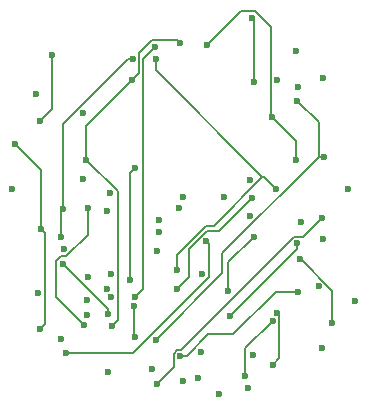
<source format=gbr>
%TF.GenerationSoftware,KiCad,Pcbnew,9.0.1*%
%TF.CreationDate,2025-06-29T22:28:52-07:00*%
%TF.ProjectId,Complete,436f6d70-6c65-4746-952e-6b696361645f,rev?*%
%TF.SameCoordinates,Original*%
%TF.FileFunction,Copper,L2,Inr*%
%TF.FilePolarity,Positive*%
%FSLAX46Y46*%
G04 Gerber Fmt 4.6, Leading zero omitted, Abs format (unit mm)*
G04 Created by KiCad (PCBNEW 9.0.1) date 2025-06-29 22:28:52*
%MOMM*%
%LPD*%
G01*
G04 APERTURE LIST*
%TA.AperFunction,ViaPad*%
%ADD10C,0.600000*%
%TD*%
%TA.AperFunction,Conductor*%
%ADD11C,0.200000*%
%TD*%
G04 APERTURE END LIST*
D10*
%TO.N,Net-(CHG1-VBAT)*%
X237105700Y-76087600D03*
X212795300Y-77522600D03*
X235197600Y-91476100D03*
X237910100Y-96903000D03*
%TO.N,GNDREF*%
X234958800Y-94217200D03*
X225009400Y-99689300D03*
%TO.N,CHIP_POW*%
X213224100Y-88923400D03*
X226500000Y-101550000D03*
X211054600Y-81746600D03*
X213133500Y-97338900D03*
X222636000Y-100746900D03*
%TO.N,Charge_STAT*%
X223039200Y-102063400D03*
X213005100Y-94371800D03*
X237000000Y-87950000D03*
%TO.N,Bat_ON*%
X230510200Y-101388100D03*
X219196200Y-94685500D03*
X232835500Y-96691900D03*
%TO.N,F*%
X223054100Y-90814900D03*
X216797100Y-84703700D03*
X225283700Y-101818900D03*
X231201300Y-99605100D03*
X239801600Y-95010400D03*
X218799800Y-87393300D03*
%TO.N,P*%
X215340800Y-99394800D03*
X227237400Y-89922200D03*
X230920900Y-87851800D03*
%TO.N,N*%
X218899200Y-101018100D03*
X235030700Y-76877200D03*
X224884700Y-87170500D03*
X217210500Y-92935200D03*
%TO.N,B*%
X224754500Y-93997300D03*
X231084900Y-86315800D03*
%TO.N,M*%
X233229400Y-76307900D03*
X217191700Y-87145500D03*
X216894500Y-97060400D03*
%TO.N,O*%
X217100500Y-94940400D03*
X228762500Y-86206000D03*
X230917800Y-84780900D03*
X223223600Y-89157000D03*
%TO.N,L*%
X231242200Y-89596500D03*
X229099400Y-94127900D03*
X217127300Y-96163200D03*
X226771200Y-99365200D03*
%TO.N,A*%
X237121300Y-89728900D03*
X224747200Y-92381500D03*
X235248000Y-88328100D03*
X222930100Y-74542400D03*
X233087100Y-85495600D03*
%TO.N,J*%
X215084100Y-91879300D03*
X218915900Y-96082100D03*
X229207000Y-96272800D03*
X234904800Y-90113500D03*
%TO.N,H*%
X219194700Y-92711900D03*
X221171900Y-98059800D03*
X221089100Y-95425700D03*
X233249800Y-96051600D03*
X232849200Y-100401900D03*
X215164600Y-90623000D03*
%TO.N,D*%
X226887300Y-92754700D03*
X223245300Y-88160100D03*
X219055500Y-85835400D03*
%TO.N,K*%
X221000000Y-74500000D03*
X215114500Y-87179600D03*
X214912300Y-89586000D03*
%TO.N,I*%
X210801000Y-85499800D03*
X234828200Y-73850000D03*
X224979800Y-73187200D03*
X220970700Y-76259300D03*
X219235600Y-97136400D03*
X217071200Y-83050000D03*
%TO.N,G*%
X216799900Y-79075400D03*
X231092400Y-71010400D03*
X222955900Y-98314100D03*
X231228400Y-76489100D03*
X237179400Y-82826700D03*
X234929400Y-78071200D03*
X214170500Y-74169000D03*
X213164700Y-79738200D03*
%TO.N,C*%
X225244300Y-86223700D03*
X220746400Y-93201600D03*
X221202700Y-83747300D03*
%TO.N,E*%
X227249300Y-73358600D03*
X221205500Y-94669400D03*
X222895600Y-73506300D03*
X239250200Y-85506300D03*
X234831100Y-83048900D03*
X232769900Y-79396200D03*
%TO.N,UPDI*%
X218778300Y-94030000D03*
X236753000Y-93755000D03*
%TO.N,Net-(DB1-K)*%
X237044500Y-98996100D03*
X230773100Y-102349300D03*
%TO.N,Net-(Q1-G)*%
X214897700Y-98258300D03*
X228282200Y-102863200D03*
%TD*%
D11*
%TO.N,Net-(CHG1-VBAT)*%
X237910100Y-94143200D02*
X235243000Y-91476100D01*
X235243000Y-91476100D02*
X235197600Y-91476100D01*
X237910100Y-96903000D02*
X237910100Y-94143200D01*
%TO.N,GNDREF*%
X229521800Y-97833800D02*
X227408600Y-97833800D01*
X225553100Y-99689300D02*
X225009400Y-99689300D01*
X234958800Y-94217200D02*
X233138400Y-94217200D01*
X227408600Y-97833800D02*
X225553100Y-99689300D01*
X233138400Y-94217200D02*
X229521800Y-97833800D01*
%TO.N,CHIP_POW*%
X211054600Y-81746600D02*
X213224100Y-83916100D01*
X213224100Y-83916100D02*
X213224100Y-88923400D01*
X213548800Y-89248100D02*
X213224100Y-88923400D01*
X213133500Y-97338900D02*
X213548800Y-96923600D01*
X213548800Y-96923600D02*
X213548800Y-89248100D01*
%TO.N,Charge_STAT*%
X224465700Y-100636900D02*
X223039200Y-102063400D01*
X237000000Y-87950000D02*
X235380200Y-89569800D01*
X235380200Y-89569800D02*
X234649400Y-89569800D01*
X224465700Y-99464200D02*
X224465700Y-100636900D01*
X224784300Y-99145600D02*
X224465700Y-99464200D01*
X234649400Y-89569800D02*
X225073600Y-99145600D01*
X225073600Y-99145600D02*
X224784300Y-99145600D01*
%TO.N,Bat_ON*%
X230510200Y-99017200D02*
X230510200Y-101388100D01*
X232835500Y-96691900D02*
X230510200Y-99017200D01*
%TO.N,P*%
X227431000Y-90115800D02*
X227237400Y-89922200D01*
X221016200Y-99394700D02*
X227431000Y-92979900D01*
X215340800Y-99394700D02*
X221016200Y-99394700D01*
X215340800Y-99394800D02*
X215340800Y-99394700D01*
X227431000Y-92979900D02*
X227431000Y-90115800D01*
%TO.N,B*%
X225770700Y-90584100D02*
X227259800Y-89095000D01*
X227259800Y-89095000D02*
X228305700Y-89095000D01*
X224754500Y-93997300D02*
X225770700Y-92981100D01*
X225770700Y-92981100D02*
X225770700Y-90584100D01*
X228305700Y-89095000D02*
X231084900Y-86315800D01*
%TO.N,M*%
X214919000Y-91215200D02*
X215360900Y-91215200D01*
X216894500Y-97060400D02*
X214540300Y-94706200D01*
X214540300Y-91593900D02*
X214919000Y-91215200D01*
X214540300Y-94706200D02*
X214540300Y-91593900D01*
X215360900Y-91215200D02*
X217191700Y-89384400D01*
X217191700Y-89384400D02*
X217191700Y-87145500D01*
%TO.N,L*%
X229099400Y-91739300D02*
X231242200Y-89596500D01*
X229099400Y-94127900D02*
X229099400Y-91739300D01*
%TO.N,A*%
X222930100Y-74542400D02*
X222930100Y-75470900D01*
X231963400Y-84504200D02*
X227837300Y-88630300D01*
X232095700Y-84504200D02*
X233087100Y-85495600D01*
X222930100Y-75470900D02*
X231963400Y-84504200D01*
X231963400Y-84504200D02*
X232095700Y-84504200D01*
X227837300Y-88630300D02*
X227202800Y-88630300D01*
X227202800Y-88630300D02*
X224747200Y-91085900D01*
X224747200Y-91085900D02*
X224747200Y-92381500D01*
%TO.N,J*%
X215084100Y-91879300D02*
X218915900Y-95711100D01*
X218915900Y-95711100D02*
X218915900Y-96082100D01*
X234904800Y-90113500D02*
X234904800Y-90575000D01*
X234904800Y-90575000D02*
X229207000Y-96272800D01*
%TO.N,H*%
X233249800Y-96051600D02*
X233391400Y-96193200D01*
X233391400Y-96193200D02*
X233391400Y-99859700D01*
X221089100Y-97977000D02*
X221089100Y-95425700D01*
X233391400Y-99859700D02*
X232849200Y-100401900D01*
X221171900Y-98059800D02*
X221089100Y-97977000D01*
%TO.N,K*%
X215114500Y-79992000D02*
X215114500Y-87179600D01*
X214912300Y-89586000D02*
X214912300Y-87381800D01*
X214912300Y-87381800D02*
X215114500Y-87179600D01*
X221000000Y-74500000D02*
X220606500Y-74500000D01*
X220606500Y-74500000D02*
X215114500Y-79992000D01*
%TO.N,I*%
X220970700Y-76259300D02*
X221559200Y-75670800D01*
X219751900Y-96620100D02*
X219235600Y-97136400D01*
X221559200Y-75670800D02*
X221559200Y-74006300D01*
X224741700Y-72949100D02*
X224979800Y-73187200D01*
X220970700Y-76259300D02*
X217071200Y-80158800D01*
X217071200Y-80158800D02*
X217071200Y-83050000D01*
X219751900Y-85730700D02*
X219751900Y-96620100D01*
X222616400Y-72949100D02*
X224741700Y-72949100D01*
X221559200Y-74006300D02*
X222616400Y-72949100D01*
X217071200Y-83050000D02*
X219751900Y-85730700D01*
%TO.N,G*%
X222955900Y-98314100D02*
X228594200Y-92675800D01*
X228594200Y-92675800D02*
X228594200Y-90962600D01*
X214170500Y-78732400D02*
X214170500Y-74169000D01*
X237179400Y-82826700D02*
X236730100Y-82826700D01*
X236730100Y-79871900D02*
X234929400Y-78071200D01*
X231092400Y-71010400D02*
X231228400Y-71146400D01*
X231228400Y-71146400D02*
X231228400Y-76489100D01*
X236730100Y-82826700D02*
X236730100Y-79871900D01*
X213164700Y-79738200D02*
X214170500Y-78732400D01*
X228594200Y-90962600D02*
X236730100Y-82826700D01*
%TO.N,C*%
X220746400Y-93201600D02*
X220746400Y-84203600D01*
X220746400Y-84203600D02*
X221202700Y-83747300D01*
%TO.N,E*%
X230145400Y-70462500D02*
X231315200Y-70462500D01*
X234831100Y-83048900D02*
X234831100Y-81457400D01*
X232685700Y-71833000D02*
X232685700Y-79312000D01*
X222895600Y-73506300D02*
X221905900Y-74496000D01*
X231315200Y-70462500D02*
X232685700Y-71833000D01*
X221905900Y-74496000D02*
X221905900Y-93969000D01*
X221905900Y-93969000D02*
X221205500Y-94669400D01*
X234831100Y-81457400D02*
X232769900Y-79396200D01*
X232685700Y-79312000D02*
X232769900Y-79396200D01*
X227249300Y-73358600D02*
X230145400Y-70462500D01*
%TD*%
M02*

</source>
